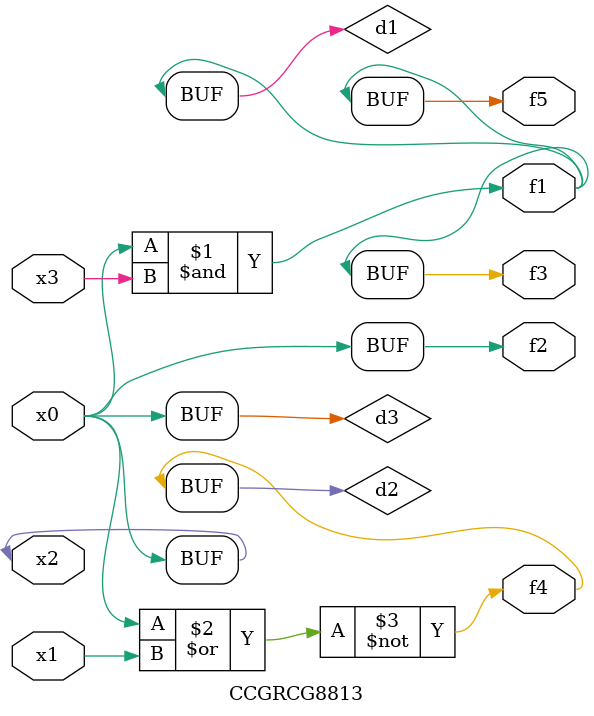
<source format=v>
module CCGRCG8813(
	input x0, x1, x2, x3,
	output f1, f2, f3, f4, f5
);

	wire d1, d2, d3;

	and (d1, x2, x3);
	nor (d2, x0, x1);
	buf (d3, x0, x2);
	assign f1 = d1;
	assign f2 = d3;
	assign f3 = d1;
	assign f4 = d2;
	assign f5 = d1;
endmodule

</source>
